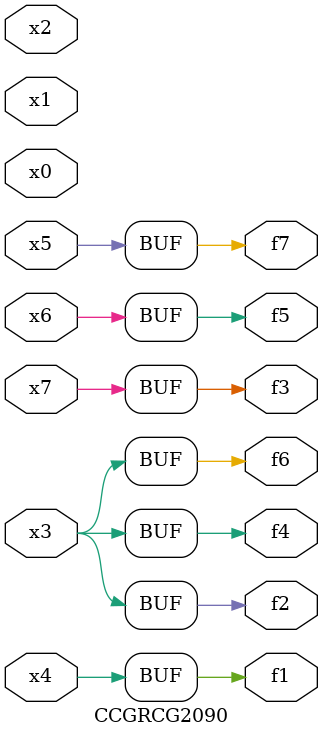
<source format=v>
module CCGRCG2090(
	input x0, x1, x2, x3, x4, x5, x6, x7,
	output f1, f2, f3, f4, f5, f6, f7
);
	assign f1 = x4;
	assign f2 = x3;
	assign f3 = x7;
	assign f4 = x3;
	assign f5 = x6;
	assign f6 = x3;
	assign f7 = x5;
endmodule

</source>
